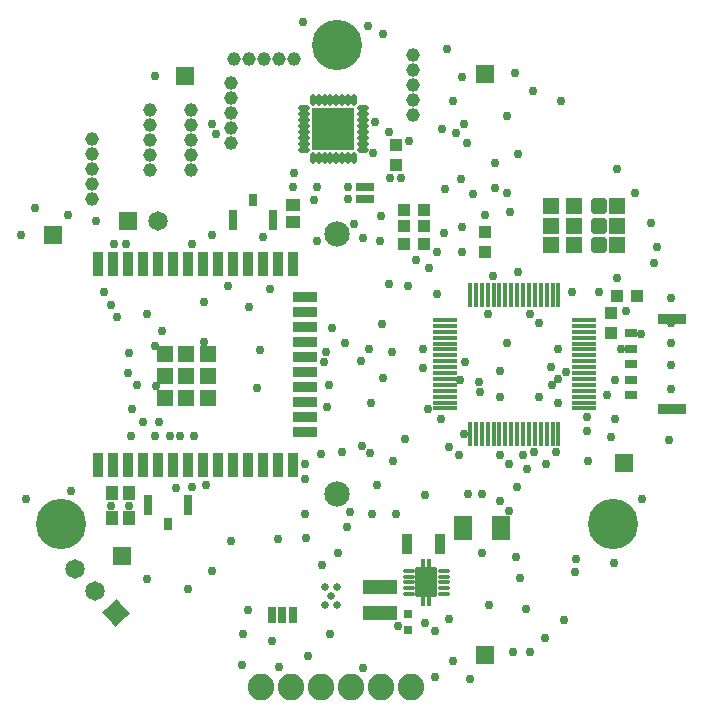
<source format=gts>
G04*
G04 #@! TF.GenerationSoftware,Altium Limited,Altium Designer,22.3.1 (43)*
G04*
G04 Layer_Color=8388736*
%FSLAX25Y25*%
%MOIN*%
G70*
G04*
G04 #@! TF.SameCoordinates,81C90355-7C20-497C-A289-08F7F31E86F5*
G04*
G04*
G04 #@! TF.FilePolarity,Negative*
G04*
G01*
G75*
%ADD28R,0.03150X0.06693*%
%ADD29R,0.03150X0.04331*%
%ADD34R,0.05236X0.05236*%
%ADD35R,0.07874X0.03543*%
%ADD36R,0.03543X0.07874*%
%ADD37R,0.02756X0.02559*%
%ADD39R,0.03740X0.06693*%
%ADD44R,0.06102X0.02559*%
G04:AMPARAMS|DCode=45|XSize=16.93mil|YSize=39.37mil|CornerRadius=4.94mil|HoleSize=0mil|Usage=FLASHONLY|Rotation=0.000|XOffset=0mil|YOffset=0mil|HoleType=Round|Shape=RoundedRectangle|*
%AMROUNDEDRECTD45*
21,1,0.01693,0.02950,0,0,0.0*
21,1,0.00706,0.03937,0,0,0.0*
1,1,0.00987,0.00353,-0.01475*
1,1,0.00987,-0.00353,-0.01475*
1,1,0.00987,-0.00353,0.01475*
1,1,0.00987,0.00353,0.01475*
%
%ADD45ROUNDEDRECTD45*%
G04:AMPARAMS|DCode=46|XSize=16.93mil|YSize=39.37mil|CornerRadius=4.94mil|HoleSize=0mil|Usage=FLASHONLY|Rotation=270.000|XOffset=0mil|YOffset=0mil|HoleType=Round|Shape=RoundedRectangle|*
%AMROUNDEDRECTD46*
21,1,0.01693,0.02950,0,0,270.0*
21,1,0.00706,0.03937,0,0,270.0*
1,1,0.00987,-0.01475,-0.00353*
1,1,0.00987,-0.01475,0.00353*
1,1,0.00987,0.01475,0.00353*
1,1,0.00987,0.01475,-0.00353*
%
%ADD46ROUNDEDRECTD46*%
G04:AMPARAMS|DCode=47|XSize=141.73mil|YSize=141.73mil|CornerRadius=4.99mil|HoleSize=0mil|Usage=FLASHONLY|Rotation=180.000|XOffset=0mil|YOffset=0mil|HoleType=Round|Shape=RoundedRectangle|*
%AMROUNDEDRECTD47*
21,1,0.14173,0.13175,0,0,180.0*
21,1,0.13175,0.14173,0,0,180.0*
1,1,0.00998,-0.06588,0.06588*
1,1,0.00998,0.06588,0.06588*
1,1,0.00998,0.06588,-0.06588*
1,1,0.00998,-0.06588,-0.06588*
%
%ADD47ROUNDEDRECTD47*%
%ADD48R,0.09252X0.03543*%
%ADD49R,0.04134X0.02953*%
%ADD50R,0.11221X0.04528*%
%ADD51R,0.03091X0.05591*%
G04:AMPARAMS|DCode=52|XSize=16.54mil|YSize=38.98mil|CornerRadius=4.74mil|HoleSize=0mil|Usage=FLASHONLY|Rotation=90.000|XOffset=0mil|YOffset=0mil|HoleType=Round|Shape=RoundedRectangle|*
%AMROUNDEDRECTD52*
21,1,0.01654,0.02950,0,0,90.0*
21,1,0.00706,0.03898,0,0,90.0*
1,1,0.00948,0.01475,0.00353*
1,1,0.00948,0.01475,-0.00353*
1,1,0.00948,-0.01475,-0.00353*
1,1,0.00948,-0.01475,0.00353*
%
%ADD52ROUNDEDRECTD52*%
G04:AMPARAMS|DCode=53|XSize=70.47mil|YSize=100mil|CornerRadius=4.71mil|HoleSize=0mil|Usage=FLASHONLY|Rotation=0.000|XOffset=0mil|YOffset=0mil|HoleType=Round|Shape=RoundedRectangle|*
%AMROUNDEDRECTD53*
21,1,0.07047,0.09059,0,0,0.0*
21,1,0.06106,0.10000,0,0,0.0*
1,1,0.00941,0.03053,-0.04530*
1,1,0.00941,-0.03053,-0.04530*
1,1,0.00941,-0.03053,0.04530*
1,1,0.00941,0.03053,0.04530*
%
%ADD53ROUNDEDRECTD53*%
%ADD54R,0.05315X0.05709*%
%ADD55R,0.04134X0.04134*%
%ADD56R,0.01575X0.08071*%
G04:AMPARAMS|DCode=57|XSize=80.71mil|YSize=15.75mil|CornerRadius=0mil|HoleSize=0mil|Usage=FLASHONLY|Rotation=90.000|XOffset=0mil|YOffset=0mil|HoleType=Round|Shape=Octagon|*
%AMOCTAGOND57*
4,1,8,0.00394,0.04035,-0.00394,0.04035,-0.00787,0.03642,-0.00787,-0.03642,-0.00394,-0.04035,0.00394,-0.04035,0.00787,-0.03642,0.00787,0.03642,0.00394,0.04035,0.0*
%
%ADD57OCTAGOND57*%

%ADD58R,0.08071X0.01575*%
%ADD59R,0.05906X0.08071*%
%ADD60R,0.04331X0.04724*%
%ADD61R,0.04134X0.04724*%
%ADD62R,0.04724X0.04134*%
%ADD63R,0.04134X0.04134*%
%ADD64R,0.01693X0.03347*%
%ADD65R,0.06496X0.06496*%
%ADD66C,0.08858*%
G04:AMPARAMS|DCode=67|XSize=55.12mil|YSize=55.12mil|CornerRadius=15.26mil|HoleSize=0mil|Usage=FLASHONLY|Rotation=180.000|XOffset=0mil|YOffset=0mil|HoleType=Round|Shape=RoundedRectangle|*
%AMROUNDEDRECTD67*
21,1,0.05512,0.02461,0,0,180.0*
21,1,0.02461,0.05512,0,0,180.0*
1,1,0.03051,-0.01230,0.01230*
1,1,0.03051,0.01230,0.01230*
1,1,0.03051,0.01230,-0.01230*
1,1,0.03051,-0.01230,-0.01230*
%
%ADD67ROUNDEDRECTD67*%
%ADD68R,0.05512X0.05512*%
%ADD69C,0.04600*%
%ADD70R,0.06496X0.06496*%
%ADD71C,0.06496*%
%ADD72P,0.09187X4X178.0*%
%ADD73C,0.16732*%
%ADD74C,0.08465*%
%ADD75C,0.02953*%
%ADD76C,0.02559*%
D28*
X116500Y186000D02*
D03*
X103114D02*
D03*
X88193Y91000D02*
D03*
X74807D02*
D03*
D29*
X109807Y192496D02*
D03*
X81500Y84504D02*
D03*
D34*
X94783Y141083D02*
D03*
Y133858D02*
D03*
Y126634D02*
D03*
X87559Y141083D02*
D03*
Y133858D02*
D03*
Y126634D02*
D03*
X80335Y141083D02*
D03*
Y133858D02*
D03*
Y126634D02*
D03*
D35*
X126969Y160295D02*
D03*
Y155295D02*
D03*
Y150295D02*
D03*
Y145295D02*
D03*
Y140295D02*
D03*
Y135295D02*
D03*
Y130295D02*
D03*
Y125295D02*
D03*
Y120295D02*
D03*
Y115295D02*
D03*
D36*
X58032Y171260D02*
D03*
X63032D02*
D03*
X68032D02*
D03*
X73032D02*
D03*
X78032D02*
D03*
X83032D02*
D03*
X88032D02*
D03*
X93032D02*
D03*
X98032D02*
D03*
X103032D02*
D03*
X108032D02*
D03*
X113032D02*
D03*
X118032D02*
D03*
X123032D02*
D03*
Y104331D02*
D03*
X118032D02*
D03*
X113032D02*
D03*
X108032D02*
D03*
X103032D02*
D03*
X98032D02*
D03*
X93032D02*
D03*
X88032D02*
D03*
X83032D02*
D03*
X78032D02*
D03*
X73032D02*
D03*
X68032D02*
D03*
X63032D02*
D03*
X58032D02*
D03*
D37*
X161500Y49343D02*
D03*
Y54658D02*
D03*
D39*
X172012Y78000D02*
D03*
X160988D02*
D03*
D44*
X147186Y197000D02*
D03*
Y193000D02*
D03*
D45*
X143468Y225988D02*
D03*
X141500D02*
D03*
X139532D02*
D03*
X137563D02*
D03*
X135594D02*
D03*
X133626D02*
D03*
X131658D02*
D03*
X129689D02*
D03*
Y206500D02*
D03*
X131658D02*
D03*
X133626D02*
D03*
X135594D02*
D03*
X137563D02*
D03*
X139532D02*
D03*
X141500D02*
D03*
X143468D02*
D03*
D46*
X126835Y223134D02*
D03*
Y221165D02*
D03*
Y219197D02*
D03*
Y217228D02*
D03*
Y215260D02*
D03*
Y213291D02*
D03*
Y211323D02*
D03*
Y209354D02*
D03*
X146323D02*
D03*
Y211323D02*
D03*
Y213291D02*
D03*
Y215260D02*
D03*
Y217228D02*
D03*
Y219197D02*
D03*
Y221165D02*
D03*
Y223134D02*
D03*
D47*
X136579Y216244D02*
D03*
D48*
X249315Y152854D02*
D03*
Y122736D02*
D03*
D49*
X235929Y137795D02*
D03*
Y132677D02*
D03*
Y142913D02*
D03*
Y148031D02*
D03*
Y127559D02*
D03*
D50*
X152165Y63602D02*
D03*
Y54941D02*
D03*
D51*
X116000Y54227D02*
D03*
X119500D02*
D03*
X123000D02*
D03*
D52*
X173374Y68980D02*
D03*
Y67012D02*
D03*
Y65043D02*
D03*
Y63075D02*
D03*
Y61106D02*
D03*
X161760D02*
D03*
Y63075D02*
D03*
Y65043D02*
D03*
Y67012D02*
D03*
Y68980D02*
D03*
D53*
X167567Y65043D02*
D03*
D54*
X209063Y184000D02*
D03*
X216937D02*
D03*
X209063Y177500D02*
D03*
X216937D02*
D03*
X209063Y190500D02*
D03*
X216937D02*
D03*
D55*
X166846Y178000D02*
D03*
X160154D02*
D03*
X166846Y189272D02*
D03*
X160154D02*
D03*
X166846Y184000D02*
D03*
X160154D02*
D03*
X231154Y160500D02*
D03*
X237846D02*
D03*
D56*
X187992Y114567D02*
D03*
X186024D02*
D03*
X189961D02*
D03*
X191929D02*
D03*
X193898D02*
D03*
X195866D02*
D03*
X197835D02*
D03*
X199803D02*
D03*
X201772D02*
D03*
X203740D02*
D03*
X205709D02*
D03*
X184055D02*
D03*
X211614D02*
D03*
X209646D02*
D03*
X207677D02*
D03*
X186024Y161024D02*
D03*
X184055D02*
D03*
X182087D02*
D03*
X209646D02*
D03*
X211614D02*
D03*
X187992D02*
D03*
X189961D02*
D03*
X191929D02*
D03*
X193898D02*
D03*
X195866D02*
D03*
X197835D02*
D03*
X199803D02*
D03*
X201772D02*
D03*
X203740D02*
D03*
X207677D02*
D03*
X205709D02*
D03*
D57*
X182087Y114567D02*
D03*
D58*
X220079Y148622D02*
D03*
Y150591D02*
D03*
Y152559D02*
D03*
Y125000D02*
D03*
Y123032D02*
D03*
Y146654D02*
D03*
Y144685D02*
D03*
Y142717D02*
D03*
Y140748D02*
D03*
Y138780D02*
D03*
Y136811D02*
D03*
Y134843D02*
D03*
Y132874D02*
D03*
Y130906D02*
D03*
Y126969D02*
D03*
Y128937D02*
D03*
X173622Y126969D02*
D03*
Y125000D02*
D03*
Y123032D02*
D03*
Y150591D02*
D03*
Y152559D02*
D03*
Y128937D02*
D03*
Y130906D02*
D03*
Y132874D02*
D03*
Y134843D02*
D03*
Y136811D02*
D03*
Y138780D02*
D03*
Y140748D02*
D03*
Y142717D02*
D03*
Y144685D02*
D03*
Y148622D02*
D03*
Y146654D02*
D03*
D59*
X192366Y83043D02*
D03*
X179768D02*
D03*
D60*
X68354Y86500D02*
D03*
X62646D02*
D03*
D61*
X68354Y95000D02*
D03*
X62646D02*
D03*
D62*
X123000Y185146D02*
D03*
Y190854D02*
D03*
D63*
X229000Y148154D02*
D03*
Y154846D02*
D03*
X187000Y181846D02*
D03*
Y175154D02*
D03*
X157500Y204154D02*
D03*
Y210846D02*
D03*
D64*
X166583Y58941D02*
D03*
X168551D02*
D03*
Y71146D02*
D03*
X166583D02*
D03*
D65*
X66000Y74000D02*
D03*
X187000Y41000D02*
D03*
D66*
X112480Y30315D02*
D03*
X142480D02*
D03*
X152480D02*
D03*
X162480D02*
D03*
X122480D02*
D03*
X132480D02*
D03*
D67*
X225047Y190500D02*
D03*
Y184000D02*
D03*
Y177500D02*
D03*
D68*
X230953Y190500D02*
D03*
Y184000D02*
D03*
Y177500D02*
D03*
D69*
X102500Y211500D02*
D03*
Y216500D02*
D03*
Y221500D02*
D03*
Y226500D02*
D03*
Y231500D02*
D03*
X123500Y239500D02*
D03*
X118500D02*
D03*
X113500D02*
D03*
X108500D02*
D03*
X103500D02*
D03*
X89131Y202500D02*
D03*
Y207500D02*
D03*
Y212500D02*
D03*
Y217500D02*
D03*
Y222500D02*
D03*
X75500Y202500D02*
D03*
Y207500D02*
D03*
Y212500D02*
D03*
Y217500D02*
D03*
Y222500D02*
D03*
X56000Y213000D02*
D03*
Y208000D02*
D03*
Y203000D02*
D03*
Y198000D02*
D03*
Y193000D02*
D03*
X163000Y221000D02*
D03*
Y226000D02*
D03*
Y231000D02*
D03*
Y236000D02*
D03*
Y241000D02*
D03*
D70*
X87000Y234000D02*
D03*
X43000Y181000D02*
D03*
X233500Y105000D02*
D03*
X187000Y234500D02*
D03*
X68000Y185500D02*
D03*
D71*
X78000D02*
D03*
X57180Y62314D02*
D03*
X50360Y69627D02*
D03*
D72*
X64000Y55000D02*
D03*
D73*
X229854Y84646D02*
D03*
X137795Y244094D02*
D03*
X45736Y84646D02*
D03*
D74*
X137795Y94488D02*
D03*
Y181102D02*
D03*
D75*
X150500Y218500D02*
D03*
X200726Y56274D02*
D03*
X217000Y68500D02*
D03*
X217319Y72976D02*
D03*
X197500Y73500D02*
D03*
X198914Y66414D02*
D03*
X194132Y85338D02*
D03*
X197681Y97000D02*
D03*
X195000Y89000D02*
D03*
X201000Y103000D02*
D03*
X221130Y120047D02*
D03*
X221500Y105500D02*
D03*
X221130Y115500D02*
D03*
X74354Y66146D02*
D03*
X170500Y33500D02*
D03*
Y49000D02*
D03*
X160500Y112811D02*
D03*
X175000Y110181D02*
D03*
X168139Y122958D02*
D03*
X148500Y143000D02*
D03*
X156000Y142000D02*
D03*
X153071Y133071D02*
D03*
X149000Y124795D02*
D03*
X145835Y139000D02*
D03*
X152646Y151354D02*
D03*
X151000Y97500D02*
D03*
X207000Y46500D02*
D03*
X176500Y39000D02*
D03*
X202000Y42000D02*
D03*
X188314Y57594D02*
D03*
X203500Y108500D02*
D03*
X207500Y104500D02*
D03*
X210728Y108500D02*
D03*
X211547Y124787D02*
D03*
X227819Y127500D02*
D03*
X230319Y119500D02*
D03*
Y132500D02*
D03*
X230000Y71500D02*
D03*
X195000Y104500D02*
D03*
X156502Y105681D02*
D03*
X178740Y132500D02*
D03*
X178500Y107500D02*
D03*
X192000D02*
D03*
X172542Y119542D02*
D03*
X127000Y104500D02*
D03*
Y99500D02*
D03*
X148000Y250500D02*
D03*
X153000Y248000D02*
D03*
X126500Y252000D02*
D03*
X77000Y234000D02*
D03*
X57500Y185500D02*
D03*
X32500Y181000D02*
D03*
X37000Y190000D02*
D03*
X49000Y95500D02*
D03*
X34000Y93000D02*
D03*
X128000Y40500D02*
D03*
X106000Y37500D02*
D03*
X106500Y48000D02*
D03*
X138000Y75000D02*
D03*
X127000Y88000D02*
D03*
X149500D02*
D03*
X157500D02*
D03*
X181500Y94500D02*
D03*
X186000D02*
D03*
X229000Y113500D02*
D03*
X234000Y155500D02*
D03*
X225000Y162000D02*
D03*
X243500Y171500D02*
D03*
X244500Y177000D02*
D03*
X242500Y185000D02*
D03*
X237000Y195000D02*
D03*
X231000Y203000D02*
D03*
X197000Y235000D02*
D03*
X190500Y205000D02*
D03*
Y196500D02*
D03*
X183000Y194500D02*
D03*
X131000Y179000D02*
D03*
X108500Y157000D02*
D03*
X115500Y163000D02*
D03*
X185000Y132000D02*
D03*
X166500Y136500D02*
D03*
X211500Y143000D02*
D03*
X203000Y229000D02*
D03*
X212500Y225500D02*
D03*
X143500Y184500D02*
D03*
X179354Y183646D02*
D03*
X179500Y175197D02*
D03*
X173500Y181681D02*
D03*
X127500Y80000D02*
D03*
X141000Y83500D02*
D03*
X118000Y79500D02*
D03*
X118500Y37000D02*
D03*
X175000Y53000D02*
D03*
X158000Y50500D02*
D03*
X146500Y36500D02*
D03*
X213500Y52500D02*
D03*
X167000Y51500D02*
D03*
X132677Y70823D02*
D03*
X142000Y88500D02*
D03*
X132500Y108000D02*
D03*
X139500Y108500D02*
D03*
X111000Y130000D02*
D03*
X112000Y142500D02*
D03*
X180069Y217736D02*
D03*
X181000Y211500D02*
D03*
X177500Y215000D02*
D03*
X130038Y192634D02*
D03*
X131034Y196994D02*
D03*
X123000Y196996D02*
D03*
X123500Y201500D02*
D03*
X194315Y145000D02*
D03*
X185326Y128568D02*
D03*
X199803Y107500D02*
D03*
X159000Y200000D02*
D03*
X155500D02*
D03*
X97500Y214500D02*
D03*
X96000Y218000D02*
D03*
X48000Y187500D02*
D03*
X174500Y243000D02*
D03*
X179500Y233500D02*
D03*
X176500Y225500D02*
D03*
X93500Y158500D02*
D03*
X101500Y164000D02*
D03*
X135000Y131000D02*
D03*
X136000Y150000D02*
D03*
X202000Y154500D02*
D03*
X205000Y151500D02*
D03*
X249000Y160000D02*
D03*
Y151500D02*
D03*
Y145000D02*
D03*
Y137500D02*
D03*
Y129500D02*
D03*
Y123000D02*
D03*
X248500Y112500D02*
D03*
X239500Y93000D02*
D03*
X182000Y33000D02*
D03*
X196500Y42000D02*
D03*
X135500Y48000D02*
D03*
X88000Y63000D02*
D03*
X108000Y56000D02*
D03*
X96000Y69000D02*
D03*
X102500Y79000D02*
D03*
X94000Y97500D02*
D03*
X89500Y97000D02*
D03*
X84000Y96500D02*
D03*
X67500Y178000D02*
D03*
X63500D02*
D03*
X60000Y162000D02*
D03*
X62500Y157500D02*
D03*
X64500Y153500D02*
D03*
X78500Y118500D02*
D03*
X68000Y135000D02*
D03*
X77500Y130500D02*
D03*
X93512Y145261D02*
D03*
X77181Y144000D02*
D03*
X79500Y149000D02*
D03*
X68500Y141500D02*
D03*
X69000Y114000D02*
D03*
X69500Y123000D02*
D03*
X73000Y118500D02*
D03*
X77000Y114000D02*
D03*
X71000Y131000D02*
D03*
X90000Y114000D02*
D03*
X85500D02*
D03*
X82000D02*
D03*
X62500Y90500D02*
D03*
X68500D02*
D03*
X166500Y143000D02*
D03*
X161500Y164000D02*
D03*
X209500Y131000D02*
D03*
X211524Y133024D02*
D03*
X214000Y135055D02*
D03*
X198000Y208000D02*
D03*
X195319Y188500D02*
D03*
X167000Y94181D02*
D03*
X146138Y110659D02*
D03*
X148819Y108360D02*
D03*
X155000Y164500D02*
D03*
X152000Y179000D02*
D03*
X163957Y172531D02*
D03*
X168319Y170000D02*
D03*
X171017Y161325D02*
D03*
X180500Y138500D02*
D03*
X189767Y167201D02*
D03*
X171016Y175197D02*
D03*
X134000Y142000D02*
D03*
X133500Y138500D02*
D03*
X140500Y145000D02*
D03*
X187000Y187500D02*
D03*
X231000Y166500D02*
D03*
X192142Y127000D02*
D03*
Y135500D02*
D03*
X192000Y92181D02*
D03*
X194500Y195000D02*
D03*
X173736Y196264D02*
D03*
X179210Y199500D02*
D03*
X194500Y220500D02*
D03*
X161814Y212314D02*
D03*
X155159Y215257D02*
D03*
X149812Y208313D02*
D03*
X141402Y197000D02*
D03*
X141500Y193000D02*
D03*
X198000Y168500D02*
D03*
X216000Y161710D02*
D03*
X96000Y181000D02*
D03*
X74500Y154500D02*
D03*
X116000Y45500D02*
D03*
X232500Y143000D02*
D03*
X209000Y137000D02*
D03*
X113000Y180066D02*
D03*
X186000Y75000D02*
D03*
X152500Y187319D02*
D03*
X172772Y216319D02*
D03*
X89500Y178000D02*
D03*
X205000Y127000D02*
D03*
X188205Y154500D02*
D03*
X180000Y114500D02*
D03*
X239000Y148000D02*
D03*
X146500Y180000D02*
D03*
X134500Y123500D02*
D03*
D76*
X140516Y220181D02*
D03*
Y216244D02*
D03*
Y212307D02*
D03*
X136579Y220181D02*
D03*
Y216244D02*
D03*
Y212307D02*
D03*
X132642Y220181D02*
D03*
Y216244D02*
D03*
Y212307D02*
D03*
X169535Y62090D02*
D03*
X165598D02*
D03*
Y67996D02*
D03*
X169535D02*
D03*
X167567Y65043D02*
D03*
X135807Y60437D02*
D03*
X137776Y57484D02*
D03*
X133839D02*
D03*
Y63390D02*
D03*
X137776D02*
D03*
M02*

</source>
